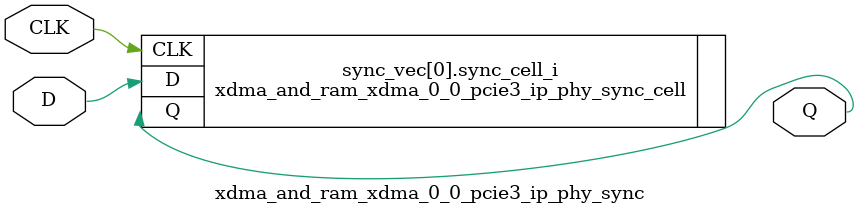
<source format=v>





`timescale 1ps / 1ps



//-------------------------------------------------------------------------------------------------
//  PHY Synchronizer Module
//-------------------------------------------------------------------------------------------------
module xdma_and_ram_xdma_0_0_pcie3_ip_phy_sync #
(
    parameter integer WIDTH = 1, 
    parameter integer STAGE = 2
)
(
    //-------------------------------------------------------------------------- 
    //  Input Ports
    //-------------------------------------------------------------------------- 
    input                               CLK,
    input       [WIDTH-1:0]             D,
    
    //-------------------------------------------------------------------------- 
    //  Output Ports
    //-------------------------------------------------------------------------- 
    output      [WIDTH-1:0]             Q
);                                                        



//--------------------------------------------------------------------------------------------------
//  Generate Synchronizer - Begin
//--------------------------------------------------------------------------------------------------
genvar i;

generate for (i=0; i<WIDTH; i=i+1) 

    begin : sync_vec

    //----------------------------------------------------------------------
    //  Synchronizer
    //----------------------------------------------------------------------
xdma_and_ram_xdma_0_0_pcie3_ip_phy_sync_cell #
    (
        .STAGE                            (STAGE)
    )    
    sync_cell_i
    (
        //------------------------------------------------------------------
        //  Input Ports
        //------------------------------------------------------------------
        .CLK                              (CLK),
        .D                                (D[i]),

        //------------------------------------------------------------------
        //  Output Ports
        //------------------------------------------------------------------
        .Q                                (Q[i])
    );
 
    end   
      
endgenerate 
//--------------------------------------------------------------------------------------------------
//  Generate - End
//--------------------------------------------------------------------------------------------------



endmodule





</source>
